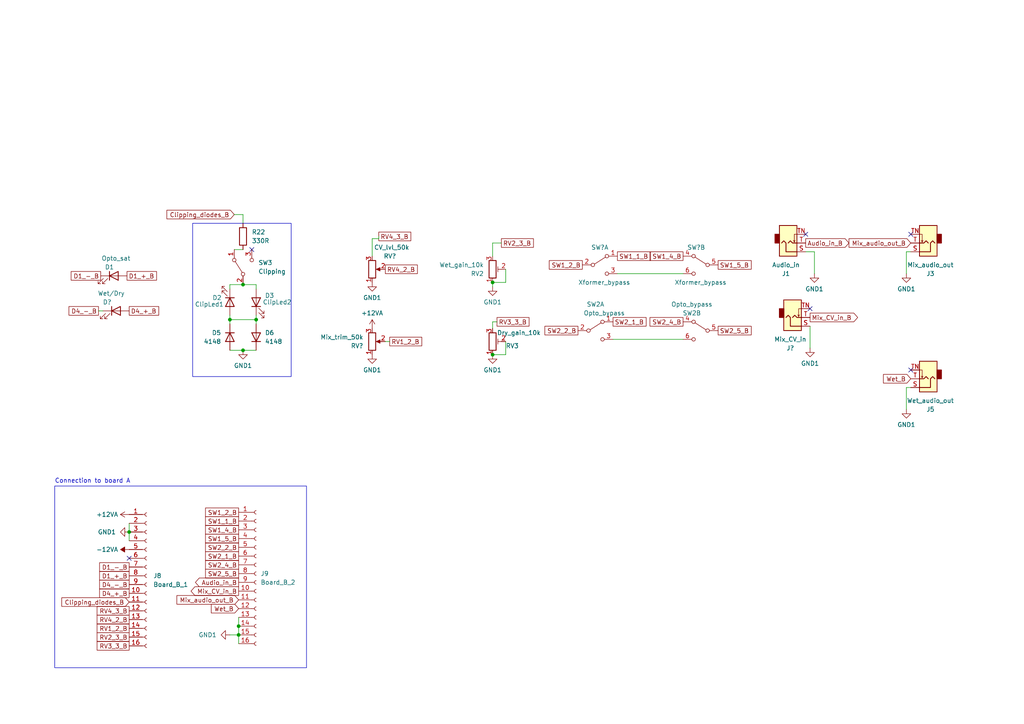
<source format=kicad_sch>
(kicad_sch (version 20230121) (generator eeschema)
  (paper "A4")
  (title_block (title "Eurorack Multi Saturation Module Board B") (date "2023-12-24") (rev "0.5") (company "DIYSynthManila") (comment 1 "This version is a prototype."))
  (lib_symbols
    (symbol "Connector:Conn_01x16_Socket" (pin_names (offset 1.016) hide)
      (property "Reference" "J" (at 0 20.32 0))
      (property "Value" "Conn_01x16_Socket" (at 0 -22.86 0))
      (symbol "Conn_01x16_Socket_1_1"
        (arc (start 0 -19.812) (mid -0.5058 -20.32) (end 0 -20.828) (stroke (width 0.1524)))
        (arc (start 0 -17.272) (mid -0.5058 -17.78) (end 0 -18.288) (stroke (width 0.1524)))
        (arc (start 0 -14.732) (mid -0.5058 -15.24) (end 0 -15.748) (stroke (width 0.1524)))
        (arc (start 0 -12.192) (mid -0.5058 -12.7) (end 0 -13.208) (stroke (width 0.1524)))
        (arc (start 0 -9.652) (mid -0.5058 -10.16) (end 0 -10.668) (stroke (width 0.1524)))
        (arc (start 0 -7.112) (mid -0.5058 -7.62) (end 0 -8.128) (stroke (width 0.1524)))
        (arc (start 0 -4.572) (mid -0.5058 -5.08) (end 0 -5.588) (stroke (width 0.1524)))
        (arc (start 0 -2.032) (mid -0.5058 -2.54) (end 0 -3.048) (stroke (width 0.1524)))
        (polyline (pts (xy -1.27 -20.32) (xy -0.508 -20.32)) (stroke (width 0.1524)))
        (polyline (pts (xy -1.27 -17.78) (xy -0.508 -17.78)) (stroke (width 0.1524)))
        (polyline (pts (xy -1.27 -15.24) (xy -0.508 -15.24)) (stroke (width 0.1524)))
        (polyline (pts (xy -1.27 -12.7) (xy -0.508 -12.7)) (stroke (width 0.1524)))
        (polyline (pts (xy -1.27 -10.16) (xy -0.508 -10.16)) (stroke (width 0.1524)))
        (polyline (pts (xy -1.27 -7.62) (xy -0.508 -7.62)) (stroke (width 0.1524)))
        (polyline (pts (xy -1.27 -5.08) (xy -0.508 -5.08)) (stroke (width 0.1524)))
        (polyline (pts (xy -1.27 -2.54) (xy -0.508 -2.54)) (stroke (width 0.1524)))
        (polyline (pts (xy -1.27 0) (xy -0.508 0)) (stroke (width 0.1524)))
        (polyline (pts (xy -1.27 2.54) (xy -0.508 2.54)) (stroke (width 0.1524)))
        (polyline (pts (xy -1.27 5.08) (xy -0.508 5.08)) (stroke (width 0.1524)))
        (polyline (pts (xy -1.27 7.62) (xy -0.508 7.62)) (stroke (width 0.1524)))
        (polyline (pts (xy -1.27 10.16) (xy -0.508 10.16)) (stroke (width 0.1524)))
        (polyline (pts (xy -1.27 12.7) (xy -0.508 12.7)) (stroke (width 0.1524)))
        (polyline (pts (xy -1.27 15.24) (xy -0.508 15.24)) (stroke (width 0.1524)))
        (polyline (pts (xy -1.27 17.78) (xy -0.508 17.78)) (stroke (width 0.1524)))
        (arc (start 0 0.508) (mid -0.5058 0) (end 0 -0.508) (stroke (width 0.1524)))
        (arc (start 0 3.048) (mid -0.5058 2.54) (end 0 2.032) (stroke (width 0.1524)))
        (arc (start 0 5.588) (mid -0.5058 5.08) (end 0 4.572) (stroke (width 0.1524)))
        (arc (start 0 8.128) (mid -0.5058 7.62) (end 0 7.112) (stroke (width 0.1524)))
        (arc (start 0 10.668) (mid -0.5058 10.16) (end 0 9.652) (stroke (width 0.1524)))
        (arc (start 0 13.208) (mid -0.5058 12.7) (end 0 12.192) (stroke (width 0.1524)))
        (arc (start 0 15.748) (mid -0.5058 15.24) (end 0 14.732) (stroke (width 0.1524)))
        (arc (start 0 18.288) (mid -0.5058 17.78) (end 0 17.272) (stroke (width 0.1524)))
        (pin passive line (at -5.08 17.78 0) (length 3.81) (name "Pin_1") (number "1"))
        (pin passive line (at -5.08 -5.08 0) (length 3.81) (name "Pin_10") (number "10"))
        (pin passive line (at -5.08 -7.62 0) (length 3.81) (name "Pin_11") (number "11"))
        (pin passive line (at -5.08 -10.16 0) (length 3.81) (name "Pin_12") (number "12"))
        (pin passive line (at -5.08 -12.7 0) (length 3.81) (name "Pin_13") (number "13"))
        (pin passive line (at -5.08 -15.24 0) (length 3.81) (name "Pin_14") (number "14"))
        (pin passive line (at -5.08 -17.78 0) (length 3.81) (name "Pin_15") (number "15"))
        (pin passive line (at -5.08 -20.32 0) (length 3.81) (name "Pin_16") (number "16"))
        (pin passive line (at -5.08 15.24 0) (length 3.81) (name "Pin_2") (number "2"))
        (pin passive line (at -5.08 12.7 0) (length 3.81) (name "Pin_3") (number "3"))
        (pin passive line (at -5.08 10.16 0) (length 3.81) (name "Pin_4") (number "4"))
        (pin passive line (at -5.08 7.62 0) (length 3.81) (name "Pin_5") (number "5"))
        (pin passive line (at -5.08 5.08 0) (length 3.81) (name "Pin_6") (number "6"))
        (pin passive line (at -5.08 2.54 0) (length 3.81) (name "Pin_7") (number "7"))
        (pin passive line (at -5.08 0 0) (length 3.81) (name "Pin_8") (number "8"))
        (pin passive line (at -5.08 -2.54 0) (length 3.81) (name "Pin_9") (number "9"))
      )
    )
    (symbol "Device:D" (pin_numbers hide) (pin_names (offset 1.016) hide)
      (property "Reference" "D" (at 0 2.54 0))
      (property "Value" "D" (at 0 -2.54 0))
      (symbol "D_0_1"
        (polyline (pts (xy -1.27 1.27) (xy -1.27 -1.27)) (stroke (width 0.254)))
        (polyline (pts (xy 1.27 0) (xy -1.27 0)))
        (polyline (pts (xy 1.27 1.27) (xy 1.27 -1.27) (xy -1.27 0) (xy 1.27 1.27)) (stroke (width 0.254)))
      )
      (symbol "D_1_1"
        (pin passive line (at -3.81 0 0) (length 2.54) (name "K") (number "1"))
        (pin passive line (at 3.81 0 180) (length 2.54) (name "A") (number "2"))
      )
    )
    (symbol "Device:LED" (pin_numbers hide) (pin_names (offset 1.016) hide)
      (property "Reference" "D" (at 0 2.54 0))
      (property "Value" "LED" (at 0 -2.54 0))
      (symbol "LED_0_1"
        (polyline (pts (xy -1.27 -1.27) (xy -1.27 1.27)) (stroke (width 0.254)))
        (polyline (pts (xy -1.27 0) (xy 1.27 0)))
        (polyline (pts (xy 1.27 -1.27) (xy 1.27 1.27) (xy -1.27 0) (xy 1.27 -1.27)) (stroke (width 0.254)))
        (polyline (pts (xy -3.048 -0.762) (xy -4.572 -2.286) (xy -3.81 -2.286) (xy -4.572 -2.286) (xy -4.572 -1.524)))
        (polyline (pts (xy -1.778 -0.762) (xy -3.302 -2.286) (xy -2.54 -2.286) (xy -3.302 -2.286) (xy -3.302 -1.524)))
      )
      (symbol "LED_1_1"
        (pin passive line (at -3.81 0 0) (length 2.54) (name "K") (number "1"))
        (pin passive line (at 3.81 0 180) (length 2.54) (name "A") (number "2"))
      )
    )
    (symbol "Device:R" (pin_numbers hide) (pin_names (offset 0))
      (property "Reference" "R" (at 2.032 0 90))
      (property "Value" "R" (at 0 0 90))
      (symbol "R_0_1"
        (rectangle (start -1.016 -2.54) (end 1.016 2.54) (stroke (width 0.254)))
      )
      (symbol "R_1_1"
        (pin passive line (at 0 3.81 270) (length 1.27) (name "~") (number "1"))
        (pin passive line (at 0 -3.81 90) (length 1.27) (name "~") (number "2"))
      )
    )
    (symbol "Device:R_Potentiometer" (pin_names (offset 1.016) hide)
      (property "Reference" "RV" (at -4.445 0 90))
      (property "Value" "R_Potentiometer" (at -2.54 0 90))
      (symbol "R_Potentiometer_0_1"
        (polyline (pts (xy 2.54 0) (xy 1.524 0)))
        (polyline (pts (xy 1.143 0) (xy 2.286 0.508) (xy 2.286 -0.508) (xy 1.143 0)) (fill (type outline)))
        (rectangle (start 1.016 2.54) (end -1.016 -2.54) (stroke (width 0.254)))
      )
      (symbol "R_Potentiometer_1_1"
        (pin passive line (at 0 3.81 270) (length 1.27) (name "1") (number "1"))
        (pin passive line (at 3.81 0 180) (length 1.27) (name "2") (number "2"))
        (pin passive line (at 0 -3.81 90) (length 1.27) (name "3") (number "3"))
      )
    )
    (symbol "Device:R_Potentiometer_Trim" (pin_names (offset 1.016) hide)
      (property "Reference" "RV" (at -4.445 0 90))
      (property "Value" "R_Potentiometer_Trim" (at -2.54 0 90))
      (symbol "R_Potentiometer_Trim_0_1"
        (polyline (pts (xy 1.524 0.762) (xy 1.524 -0.762)))
        (polyline (pts (xy 2.54 0) (xy 1.524 0)))
        (rectangle (start 1.016 2.54) (end -1.016 -2.54) (stroke (width 0.254)))
      )
      (symbol "R_Potentiometer_Trim_1_1"
        (pin passive line (at 0 3.81 270) (length 1.27) (name "1") (number "1"))
        (pin passive line (at 3.81 0 180) (length 1.27) (name "2") (number "2"))
        (pin passive line (at 0 -3.81 90) (length 1.27) (name "3") (number "3"))
      )
    )
    (symbol "Switch:SW_DPDT_x2" (pin_names (offset 0) hide)
      (property "Reference" "SW" (at 0 4.318 0))
      (property "Value" "SW_DPDT_x2" (at 0 -5.08 0))
      (symbol "SW_DPDT_x2_0_0"
        (circle (center -2.032 0) (radius 0.508))
        (circle (center 2.032 -2.54) (radius 0.508))
      )
      (symbol "SW_DPDT_x2_0_1"
        (polyline (pts (xy -1.524 0.254) (xy 1.651 2.286)))
        (circle (center 2.032 2.54) (radius 0.508))
      )
      (symbol "SW_DPDT_x2_1_1"
        (pin passive line (at 5.08 2.54 180) (length 2.54) (name "A") (number "1"))
        (pin passive line (at -5.08 0 0) (length 2.54) (name "B") (number "2"))
        (pin passive line (at 5.08 -2.54 180) (length 2.54) (name "C") (number "3"))
      )
      (symbol "SW_DPDT_x2_2_1"
        (pin passive line (at 5.08 2.54 180) (length 2.54) (name "A") (number "4"))
        (pin passive line (at -5.08 0 0) (length 2.54) (name "B") (number "5"))
        (pin passive line (at 5.08 -2.54 180) (length 2.54) (name "C") (number "6"))
      )
    )
    (symbol "Switch:SW_SPDT" (pin_names (offset 0) hide)
      (property "Reference" "SW" (at 0 4.318 0))
      (property "Value" "SW_SPDT" (at 0 -5.08 0))
      (symbol "SW_SPDT_0_0"
        (circle (center -2.032 0) (radius 0.508))
        (circle (center 2.032 -2.54) (radius 0.508))
      )
      (symbol "SW_SPDT_0_1"
        (polyline (pts (xy -1.524 0.254) (xy 1.651 2.286)))
        (circle (center 2.032 2.54) (radius 0.508))
      )
      (symbol "SW_SPDT_1_1"
        (pin passive line (at 5.08 2.54 180) (length 2.54) (name "A") (number "1"))
        (pin passive line (at -5.08 0 0) (length 2.54) (name "B") (number "2"))
        (pin passive line (at 5.08 -2.54 180) (length 2.54) (name "C") (number "3"))
      )
    )
    (symbol "benjiaomodular:PJ3001F"
      (property "Reference" "J" (at 0 8.89 0))
      (property "Value" "PJ3001F" (at 0 6.35 0))
      (symbol "PJ3001F_0_1"
        (rectangle (start -2.54 0) (end -3.81 -2.54) (stroke (width 0.254)) (fill (type outline)))
        (polyline (pts (xy 1.778 -0.254) (xy 2.032 -0.762)))
        (polyline (pts (xy 0 0) (xy 0.635 -0.635) (xy 1.27 0) (xy 2.54 0)) (stroke (width 0.254)))
        (polyline (pts (xy 2.54 -2.54) (xy 1.778 -2.54) (xy 1.778 -0.254) (xy 1.524 -0.762)))
        (polyline (pts (xy 2.54 2.54) (xy -0.635 2.54) (xy -0.635 0) (xy -1.27 -0.635) (xy -1.905 0)) (stroke (width 0.254)))
        (rectangle (start 2.54 3.81) (end -2.54 -5.08) (stroke (width 0.254)) (fill (type background)))
      )
      (symbol "PJ3001F_1_1"
        (pin passive line (at 5.08 2.54 180) (length 2.54) (name "~") (number "S"))
        (pin passive line (at 5.08 0 180) (length 2.54) (name "~") (number "T"))
        (pin passive line (at 5.08 -2.54 180) (length 2.54) (name "~") (number "TN"))
      )
    )
    (symbol "power:+12VA" (power) (pin_names (offset 0))
      (property "Value" "+12VA" (at 0 3.556 0))
      (symbol "+12VA_0_1"
        (polyline (pts (xy -0.762 1.27) (xy 0 2.54)))
        (polyline (pts (xy 0 0) (xy 0 2.54)))
        (polyline (pts (xy 0 2.54) (xy 0.762 1.27)))
      )
      (symbol "+12VA_1_1"
        (pin power_in line (at 0 0 90) (length 0) hide (name "+12VA") (number "1"))
      )
    )
    (symbol "power:-12VA" (power) (pin_names (offset 0))
      (property "Value" "-12VA" (at 0 3.556 0))
      (symbol "-12VA_0_0"
        (pin power_in line (at 0 0 90) (length 0) hide (name "-12VA") (number "1"))
      )
      (symbol "-12VA_0_1"
        (polyline (pts (xy 0 0) (xy 0 1.27) (xy 0.762 1.27) (xy 0 2.54) (xy -0.762 1.27) (xy 0 1.27)) (fill (type outline)))
      )
    )
    (symbol "power:GND1" (power) (pin_names (offset 0))
      (property "Value" "GND1" (at 0 -3.81 0))
      (symbol "GND1_0_1"
        (polyline (pts (xy 0 0) (xy 0 -1.27) (xy 1.27 -1.27) (xy 0 -2.54) (xy -1.27 -1.27) (xy 0 -1.27)))
      )
      (symbol "GND1_1_1"
        (pin power_in line (at 0 0 270) (length 0) hide (name "GND1") (number "1"))
      )
    )
  )
  (junction (at 69.215 184.15))
  (junction (at 37.465 154.305))
  (junction (at 70.485 82.55))
  (junction (at 69.215 181.61))
  (junction (at 74.295 92.71))
  (junction (at 66.675 92.71))
  (junction (at 142.875 102.87))
  (junction (at 70.485 101.6))
  (junction (at 142.875 81.915))
  (no_connect (at 37.465 161.925))
  (no_connect (at 233.68 67.945))
  (no_connect (at 264.16 107.315))
  (no_connect (at 234.95 89.535))
  (no_connect (at 264.16 67.945))
  (no_connect (at 73.025 72.39))
  (wire (pts (xy 66.675 83.82) (xy 66.675 82.55)))
  (wire (pts (xy 234.95 94.615) (xy 234.95 100.965)))
  (wire (pts (xy 67.945 72.39) (xy 70.485 72.39)))
  (wire (pts (xy 66.675 92.71) (xy 74.295 92.71)))
  (wire (pts (xy 177.8 98.425) (xy 198.12 98.425)))
  (wire (pts (xy 66.675 92.71) (xy 66.675 93.98)))
  (wire (pts (xy 146.685 102.87) (xy 142.875 102.87)))
  (wire (pts (xy 70.485 62.23) (xy 70.485 64.77)))
  (wire (pts (xy 37.465 151.765) (xy 37.465 154.305)))
  (wire (pts (xy 113.03 99.06) (xy 111.76 99.06)))
  (wire (pts (xy 74.295 92.71) (xy 74.295 91.44)))
  (wire (pts (xy 264.16 112.395) (xy 262.89 112.395)))
  (wire (pts (xy 142.875 93.345) (xy 142.875 95.25)))
  (wire (pts (xy 264.16 73.025) (xy 262.89 73.025)))
  (wire (pts (xy 109.855 69.215) (xy 107.95 69.215)))
  (wire (pts (xy 142.875 70.485) (xy 142.875 74.295)))
  (wire (pts (xy 66.675 184.15) (xy 69.215 184.15)))
  (wire (pts (xy 70.485 82.55) (xy 74.295 82.55)))
  (wire (pts (xy 107.95 69.215) (xy 107.95 74.295)))
  (wire (pts (xy 233.68 73.025) (xy 236.22 73.025)))
  (wire (pts (xy 28.575 90.17) (xy 29.845 90.17)))
  (wire (pts (xy 69.215 181.61) (xy 69.215 184.15)))
  (wire (pts (xy 74.295 82.55) (xy 74.295 83.82)))
  (wire (pts (xy 146.685 99.06) (xy 146.685 102.87)))
  (wire (pts (xy 142.875 81.915) (xy 142.875 83.185)))
  (wire (pts (xy 66.675 82.55) (xy 70.485 82.55)))
  (wire (pts (xy 236.22 73.025) (xy 236.22 79.375)))
  (wire (pts (xy 69.215 179.07) (xy 69.215 181.61)))
  (wire (pts (xy 66.675 101.6) (xy 70.485 101.6)))
  (wire (pts (xy 70.485 101.6) (xy 74.295 101.6)))
  (wire (pts (xy 145.415 70.485) (xy 142.875 70.485)))
  (wire (pts (xy 146.685 78.105) (xy 146.685 81.915)))
  (wire (pts (xy 144.145 93.345) (xy 142.875 93.345)))
  (wire (pts (xy 179.07 79.375) (xy 198.12 79.375)))
  (wire (pts (xy 262.89 112.395) (xy 262.89 118.745)))
  (wire (pts (xy 66.675 91.44) (xy 66.675 92.71)))
  (wire (pts (xy 69.215 184.15) (xy 69.215 186.69)))
  (wire (pts (xy 74.295 92.71) (xy 74.295 93.98)))
  (wire (pts (xy 109.855 68.58) (xy 109.855 69.215)))
  (wire (pts (xy 67.945 62.23) (xy 70.485 62.23)))
  (wire (pts (xy 146.685 81.915) (xy 142.875 81.915)))
  (wire (pts (xy 37.465 154.305) (xy 37.465 156.845)))
  (wire (pts (xy 262.89 73.025) (xy 262.89 79.375)))
  (rectangle (start 55.88 64.77) (end 84.455 109.22))
  (rectangle (start 15.875 140.97) (end 88.9 193.675))
  (text "Connection to board A" (at 15.875 140.335 0) (effects (font (size 1.27 1.27)) (justify left bottom)))
  (global_label "RV3_3_B" (shape passive) (at 144.145 93.345 0) (property "Intersheetrefs" "${INTERSHEET_REFS}" (effects hide)))
  (global_label "D1_+_B" (shape passive) (at 37.465 167.005 180) (property "Intersheetrefs" "${INTERSHEET_REFS}" (effects hide)))
  (global_label "RV3_3_B" (shape passive) (at 37.465 187.325 180) (property "Intersheetrefs" "${INTERSHEET_REFS}" (effects hide)))
  (global_label "SW2_4_B" (shape passive) (at 69.215 163.83 180) (property "Intersheetrefs" "${INTERSHEET_REFS}" (effects hide)))
  (global_label "Mix_CV_in_B" (shape output) (at 69.215 171.45 180) (property "Intersheetrefs" "${INTERSHEET_REFS}" (effects hide)))
  (global_label "Clipping_diodes_B" (shape input) (at 37.465 174.625 180) (property "Intersheetrefs" "${INTERSHEET_REFS}" (effects hide)))
  (global_label "SW1_4_B" (shape passive) (at 198.12 74.295 180) (property "Intersheetrefs" "${INTERSHEET_REFS}" (effects hide)))
  (global_label "RV1_2_B" (shape passive) (at 113.03 99.06 0) (property "Intersheetrefs" "${INTERSHEET_REFS}" (effects hide)))
  (global_label "RV4_3_B" (shape passive) (at 37.465 177.165 180) (property "Intersheetrefs" "${INTERSHEET_REFS}" (effects hide)))
  (global_label "Wet_B" (shape input) (at 69.215 176.53 180) (property "Intersheetrefs" "${INTERSHEET_REFS}" (effects hide)))
  (global_label "SW2_1_B" (shape passive) (at 69.215 161.29 180) (property "Intersheetrefs" "${INTERSHEET_REFS}" (effects hide)))
  (global_label "SW1_1_B" (shape passive) (at 69.215 151.13 180) (property "Intersheetrefs" "${INTERSHEET_REFS}" (effects hide)))
  (global_label "Mix_CV_in_B" (shape output) (at 234.95 92.075 0) (property "Intersheetrefs" "${INTERSHEET_REFS}" (effects hide)))
  (global_label "SW1_2_B" (shape passive) (at 69.215 148.59 180) (property "Intersheetrefs" "${INTERSHEET_REFS}" (effects hide)))
  (global_label "SW2_4_B" (shape passive) (at 198.12 93.345 180) (property "Intersheetrefs" "${INTERSHEET_REFS}" (effects hide)))
  (global_label "D1_+_B" (shape passive) (at 36.83 80.01 0) (property "Intersheetrefs" "${INTERSHEET_REFS}" (effects hide)))
  (global_label "SW2_1_B" (shape passive) (at 177.8 93.345 0) (property "Intersheetrefs" "${INTERSHEET_REFS}" (effects hide)))
  (global_label "RV4_2_B" (shape passive) (at 37.465 179.705 180) (property "Intersheetrefs" "${INTERSHEET_REFS}" (effects hide)))
  (global_label "Clipping_diodes_B" (shape input) (at 67.945 62.23 180) (property "Intersheetrefs" "${INTERSHEET_REFS}" (effects hide)))
  (global_label "RV1_2_B" (shape passive) (at 37.465 182.245 180) (property "Intersheetrefs" "${INTERSHEET_REFS}" (effects hide)))
  (global_label "SW1_5_B" (shape passive) (at 208.28 76.835 0) (property "Intersheetrefs" "${INTERSHEET_REFS}" (effects hide)))
  (global_label "SW2_5_B" (shape passive) (at 69.215 166.37 180) (property "Intersheetrefs" "${INTERSHEET_REFS}" (effects hide)))
  (global_label "D1_-_B" (shape passive) (at 29.21 80.01 180) (property "Intersheetrefs" "${INTERSHEET_REFS}" (effects hide)))
  (global_label "SW1_5_B" (shape passive) (at 69.215 156.21 180) (property "Intersheetrefs" "${INTERSHEET_REFS}" (effects hide)))
  (global_label "D1_-_B" (shape passive) (at 37.465 164.465 180) (property "Intersheetrefs" "${INTERSHEET_REFS}" (effects hide)))
  (global_label "D4_-_B" (shape passive) (at 28.575 90.17 180) (property "Intersheetrefs" "${INTERSHEET_REFS}" (effects hide)))
  (global_label "Audio_in_B" (shape output) (at 69.215 168.91 180) (property "Intersheetrefs" "${INTERSHEET_REFS}" (effects hide)))
  (global_label "Audio_in_B" (shape output) (at 233.68 70.485 0) (property "Intersheetrefs" "${INTERSHEET_REFS}" (effects hide)))
  (global_label "D4_+_B" (shape passive) (at 37.465 172.085 180) (property "Intersheetrefs" "${INTERSHEET_REFS}" (effects hide)))
  (global_label "SW1_1_B" (shape passive) (at 179.07 74.295 0) (property "Intersheetrefs" "${INTERSHEET_REFS}" (effects hide)))
  (global_label "SW1_2_B" (shape passive) (at 168.91 76.835 180) (property "Intersheetrefs" "${INTERSHEET_REFS}" (effects hide)))
  (global_label "SW2_2_B" (shape passive) (at 167.64 95.885 180) (property "Intersheetrefs" "${INTERSHEET_REFS}" (effects hide)))
  (global_label "Mix_audio_out_B" (shape input) (at 264.16 70.485 180) (property "Intersheetrefs" "${INTERSHEET_REFS}" (effects hide)))
  (global_label "Mix_audio_out_B" (shape input) (at 69.215 173.99 180) (property "Intersheetrefs" "${INTERSHEET_REFS}" (effects hide)))
  (global_label "SW2_5_B" (shape passive) (at 208.28 95.885 0) (property "Intersheetrefs" "${INTERSHEET_REFS}" (effects hide)))
  (global_label "RV2_3_B" (shape passive) (at 145.415 70.485 0) (property "Intersheetrefs" "${INTERSHEET_REFS}" (effects hide)))
  (global_label "RV2_3_B" (shape passive) (at 37.465 184.785 180) (property "Intersheetrefs" "${INTERSHEET_REFS}" (effects hide)))
  (global_label "RV4_3_B" (shape passive) (at 109.855 68.58 0) (property "Intersheetrefs" "${INTERSHEET_REFS}" (effects hide)))
  (global_label "SW1_4_B" (shape passive) (at 69.215 153.67 180) (property "Intersheetrefs" "${INTERSHEET_REFS}" (effects hide)))
  (global_label "D4_+_B" (shape passive) (at 37.465 90.17 0) (property "Intersheetrefs" "${INTERSHEET_REFS}" (effects hide)))
  (global_label "SW2_2_B" (shape passive) (at 69.215 158.75 180) (property "Intersheetrefs" "${INTERSHEET_REFS}" (effects hide)))
  (global_label "RV4_2_B" (shape passive) (at 111.76 78.105 0) (property "Intersheetrefs" "${INTERSHEET_REFS}" (effects hide)))
  (global_label "D4_-_B" (shape passive) (at 37.465 169.545 180) (property "Intersheetrefs" "${INTERSHEET_REFS}" (effects hide)))
  (global_label "Wet_B" (shape input) (at 264.16 109.855 180) (property "Intersheetrefs" "${INTERSHEET_REFS}" (effects hide)))
  (symbol (lib_id "power:GND1") (at 70.485 101.6 0) (unit 1)
    (property "Reference" "#PWR017" (effects hide))
    (property "Value" "GND1" (at 70.485 106.045 0))
  )
  (symbol (lib_id "power:GND1") (at 142.875 83.185 0) (unit 1)
    (property "Reference" "#PWR016" (effects hide))
    (property "Value" "GND1" (at 142.875 87.63 0))
  )
  (symbol (lib_id "Device:LED") (at 33.655 90.17 0) (unit 1)
    (property "Reference" "D?" (at 32.385 87.63 0) (effects (justify right)))
    (property "Value" "Wet/Dry" (at 36.195 85.09 0) (effects (justify right)))
    (property "Footprint" "DIYSynthMNL:LED_D5.0mm_BigPads" (effects hide))
    (instances (project "Multi Saturation Module" (path "" (reference "D?") (unit 1))) (project "Multi saturation module" (path "" (reference "D4") (unit 1)) (path "" (reference "D6") (unit 1))))
  )
  (symbol (lib_id "Switch:SW_DPDT_x2") (at 173.99 76.835 0) (unit 1)
    (property "Reference" "SW?" (at 173.99 71.755 0))
    (property "Value" "Xformer_bypass" (at 175.26 81.915 0))
    (property "Footprint" "DIYSynthMNL:ToggleSwitch_MTS-202_DPDT" (effects hide))
    (instances (project "Multi Saturation Module" (path "" (reference "SW?") (unit 1))) (project "Multi saturation module" (path "" (reference "SW1") (unit 1)) (path "" (reference "SW2") (unit 1))))
  )
  (symbol (lib_id "Switch:SW_SPDT") (at 70.485 77.47 90) (unit 1)
    (property "Reference" "SW3" (at 74.93 76.2 90) (effects (justify right)))
    (property "Value" "Clipping" (at 74.93 78.74 90) (effects (justify right)))
    (property "Footprint" "DIYSynthMNL:ToggleSwitch_MTS-102_SPDT" (effects hide))
    (instances (project "Multi saturation module" (path "" (reference "SW3") (unit 1)) (path "" (reference "SW1") (unit 1))))
  )
  (symbol (lib_id "benjiaomodular:PJ3001F") (at 269.24 70.485 180) (unit 1)
    (property "Reference" "J3" (at 269.875 79.375 0))
    (property "Value" "Mix_audio_out" (at 269.875 76.835 0))
    (property "Footprint" "DIYSynthMNL:AudioJack_3.5mm_long_pads" (effects hide))
    (instances (project "Multi saturation module" (path "" (reference "J3") (unit 1)) (path "" (reference "J1") (unit 1))))
  )
  (symbol (lib_id "Switch:SW_DPDT_x2") (at 203.2 76.835 0) (mirror y) (unit 2)
    (property "Reference" "SW?" (at 201.93 71.755 0))
    (property "Value" "Xformer_bypass" (at 203.2 81.915 0))
    (property "Footprint" "DIYSynthMNL:ToggleSwitch_MTS-202_DPDT" (effects hide))
    (instances (project "Multi Saturation Module" (path "" (reference "SW?") (unit 2))) (project "Multi saturation module" (path "" (reference "SW1") (unit 2)) (path "" (reference "SW2") (unit 2))))
  )
  (symbol (lib_id "power:GND1") (at 107.95 102.87 0) (unit 1)
    (property "Reference" "#PWR01" (effects hide))
    (property "Value" "GND1" (at 107.95 107.315 0))
  )
  (symbol (lib_id "Device:LED") (at 33.02 80.01 0) (unit 1)
    (property "Reference" "D1" (at 31.75 77.47 0))
    (property "Value" "Opto_sat" (at 33.655 74.93 0))
    (property "Footprint" "DIYSynthMNL:LED_D5.0mm_BigPads" (effects hide))
    (instances (project "Multi saturation module" (path "" (reference "D1") (unit 1)) (path "" (reference "D5") (unit 1))))
  )
  (symbol (lib_id "power:GND1") (at 37.465 154.305 270) (unit 1)
    (property "Reference" "#PWR024" (effects hide))
    (property "Value" "GND1" (at 33.655 154.305 90) (effects (justify right)))
  )
  (symbol (lib_id "Connector:Conn_01x16_Socket") (at 74.295 166.37 0) (unit 1)
    (property "Reference" "J9" (at 75.565 166.37 0) (effects (justify left)))
    (property "Value" "Board_B_2" (at 75.565 168.91 0) (effects (justify left)))
    (property "Footprint" "Connector_PinHeader_2.54mm:PinHeader_1x16_P2.54mm_Vertical" (effects hide))
  )
  (symbol (lib_id "power:GND1") (at 142.875 102.87 0) (unit 1)
    (property "Reference" "#PWR010" (effects hide))
    (property "Value" "GND1" (at 142.875 107.315 0))
  )
  (symbol (lib_id "Device:LED") (at 66.675 87.63 270) (unit 1)
    (property "Reference" "D2" (at 61.595 86.36 90) (effects (justify left)))
    (property "Value" "ClipLed1" (at 56.515 88.265 90) (effects (justify left)))
    (property "Footprint" "DIYSynthMNL:LED_D5.0mm_BigPads" (effects hide))
    (instances (project "Multi saturation module" (path "" (reference "D2") (unit 1)) (path "" (reference "D1") (unit 1))))
  )
  (symbol (lib_id "benjiaomodular:PJ3001F") (at 229.87 92.075 0) (mirror x) (unit 1)
    (property "Reference" "J?" (at 229.235 100.965 0))
    (property "Value" "Mix_CV_in" (at 229.235 98.425 0))
    (property "Footprint" "DIYSynthMNL:AudioJack_3.5mm_long_pads" (effects hide))
    (instances (project "Multi Saturation Module" (path "" (reference "J?") (unit 1))) (project "Multi saturation module" (path "" (reference "J2") (unit 1)) (path "" (reference "J4") (unit 1))))
  )
  (symbol (lib_id "power:+12VA") (at 37.465 149.225 90) (unit 1)
    (property "Reference" "#PWR029" (effects hide))
    (property "Value" "+12VA" (at 34.29 149.225 90) (effects (justify left)))
  )
  (symbol (lib_id "power:GND1") (at 66.675 184.15 270) (unit 1)
    (property "Reference" "#PWR015" (effects hide))
    (property "Value" "GND1" (at 62.865 184.15 90) (effects (justify right)))
  )
  (symbol (lib_id "benjiaomodular:PJ3001F") (at 269.24 109.855 180) (unit 1)
    (property "Reference" "J5" (at 269.875 118.745 0))
    (property "Value" "Wet_audio_out" (at 269.875 116.205 0))
    (property "Footprint" "DIYSynthMNL:AudioJack_3.5mm_long_pads" (effects hide))
  )
  (symbol (lib_id "Device:R") (at 70.485 68.58 180) (unit 1)
    (property "Reference" "R22" (at 73.025 67.31 0) (effects (justify right)))
    (property "Value" "330R" (at 73.025 69.85 0) (effects (justify right)))
    (property "Footprint" "DIYSynthMNL:R_quarter_watt_L6.3mm_D2.5mm_P7.62mm" (effects hide))
  )
  (symbol (lib_id "power:GND1") (at 234.95 100.965 0) (unit 1)
    (property "Reference" "#PWR012" (effects hide))
    (property "Value" "GND1" (at 234.95 105.41 0))
  )
  (symbol (lib_id "Connector:Conn_01x16_Socket") (at 42.545 167.005 0) (unit 1)
    (property "Reference" "J8" (at 44.45 167.005 0) (effects (justify left)))
    (property "Value" "Board_B_1" (at 44.45 169.545 0) (effects (justify left)))
    (property "Footprint" "Connector_PinHeader_2.54mm:PinHeader_1x16_P2.54mm_Vertical" (effects hide))
  )
  (symbol (lib_id "Device:R_Potentiometer_Trim") (at 142.875 99.06 0) (mirror x) (unit 1)
    (property "Reference" "RV3" (at 150.495 100.33 0) (effects (justify right)))
    (property "Value" "Dry_gain_10k" (at 156.845 96.52 0) (effects (justify right)))
    (property "Footprint" "DIYSynthMNL:Potentiometer_Bourns_3296W_Vertical_BigPads" (effects hide))
    (instances (project "Multi saturation module" (path "" (reference "RV3") (unit 1)) (path "" (reference "RV1") (unit 1))))
  )
  (symbol (lib_id "Device:LED") (at 74.295 87.63 90) (unit 1)
    (property "Reference" "D3" (at 76.835 85.725 90) (effects (justify right)))
    (property "Value" "ClipLed2" (at 76.2 87.63 90) (effects (justify right)))
    (property "Footprint" "DIYSynthMNL:LED_D5.0mm_BigPads" (effects hide))
    (instances (project "Multi saturation module" (path "" (reference "D3") (unit 1)) (path "" (reference "D2") (unit 1))))
  )
  (symbol (lib_id "Device:D") (at 74.295 97.79 90) (unit 1)
    (property "Reference" "D6" (at 76.835 96.52 90) (effects (justify right)))
    (property "Value" "4148" (at 76.835 99.06 90) (effects (justify right)))
    (property "Footprint" "DIYSynthMNL:D_4148_BigPads" (effects hide))
    (property "Sim.Device" "D" (effects hide))
    (property "Sim.Pins" "1=K 2=A" (effects hide))
    (instances (project "Multi saturation module" (path "" (reference "D6") (unit 1)) (path "" (reference "D4") (unit 1))))
  )
  (symbol (lib_id "benjiaomodular:PJ3001F") (at 228.6 70.485 0) (mirror x) (unit 1)
    (property "Reference" "J1" (at 227.965 79.375 0))
    (property "Value" "Audio_in" (at 227.965 76.835 0))
    (property "Footprint" "DIYSynthMNL:AudioJack_3.5mm_long_pads" (effects hide))
    (instances (project "Multi saturation module" (path "" (reference "J1") (unit 1)) (path "" (reference "J2") (unit 1))))
  )
  (symbol (lib_id "Device:R_Potentiometer_Trim") (at 142.875 78.105 0) (mirror x) (unit 1)
    (property "Reference" "RV2" (at 140.335 79.375 0) (effects (justify right)))
    (property "Value" "Wet_gain_10k" (at 140.335 76.835 0) (effects (justify right)))
    (property "Footprint" "DIYSynthMNL:Potentiometer_Bourns_3296W_Vertical_BigPads" (effects hide))
  )
  (symbol (lib_id "power:-12VA") (at 37.465 159.385 90) (unit 1)
    (property "Reference" "#PWR032" (effects hide))
    (property "Value" "-12VA" (at 34.29 159.385 90) (effects (justify left)))
  )
  (symbol (lib_id "power:+12VA") (at 107.95 95.25 0) (unit 1)
    (property "Reference" "#PWR030" (effects hide))
    (property "Value" "+12VA" (at 107.95 90.805 0))
  )
  (symbol (lib_id "power:GND1") (at 262.89 118.745 0) (unit 1)
    (property "Reference" "#PWR023" (effects hide))
    (property "Value" "GND1" (at 262.89 123.19 0))
  )
  (symbol (lib_id "Device:R_Potentiometer") (at 107.95 99.06 0) (mirror x) (unit 1)
    (property "Reference" "RV?" (at 105.41 100.33 0) (effects (justify right)))
    (property "Value" "Mix_trim_50k" (at 105.41 97.79 0) (effects (justify right)))
    (property "Footprint" "DIYSynthMNL:Potentiometer_RV09_BigPads" (effects hide))
    (instances (project "Multi Saturation Module" (path "" (reference "RV?") (unit 1))) (project "Multi saturation module" (path "" (reference "RV1") (unit 1)) (path "" (reference "RV4") (unit 1))))
  )
  (symbol (lib_id "power:GND1") (at 236.22 79.375 0) (unit 1)
    (property "Reference" "#PWR013" (effects hide))
    (property "Value" "GND1" (at 236.22 83.82 0))
  )
  (symbol (lib_id "Device:R_Potentiometer") (at 107.95 78.105 0) (mirror x) (unit 1)
    (property "Reference" "RV?" (at 114.935 74.295 0) (effects (justify right)))
    (property "Value" "CV_lvl_50k" (at 118.745 71.755 0) (effects (justify right)))
    (property "Footprint" "DIYSynthMNL:Potentiometer_RV09_BigPads" (effects hide))
    (instances (project "Multi Saturation Module" (path "" (reference "RV?") (unit 1))) (project "Multi saturation module" (path "" (reference "RV4") (unit 1)) (path "" (reference "RV3") (unit 1))))
  )
  (symbol (lib_id "power:GND1") (at 262.89 79.375 0) (unit 1)
    (property "Reference" "#PWR014" (effects hide))
    (property "Value" "GND1" (at 262.89 83.82 0))
  )
  (symbol (lib_id "Switch:SW_DPDT_x2") (at 172.72 95.885 0) (unit 1)
    (property "Reference" "SW2" (at 172.72 88.265 0))
    (property "Value" "Opto_bypass" (at 175.26 90.805 0))
    (property "Footprint" "DIYSynthMNL:ToggleSwitch_MTS-202_DPDT" (effects hide))
    (instances (project "Multi saturation module" (path "" (reference "SW2") (unit 1)) (path "" (reference "SW3") (unit 1))))
  )
  (symbol (lib_id "Device:D") (at 66.675 97.79 90) (mirror x) (unit 1)
    (property "Reference" "D5" (at 64.135 96.52 90) (effects (justify left)))
    (property "Value" "4148" (at 64.135 99.06 90) (effects (justify left)))
    (property "Footprint" "DIYSynthMNL:D_4148_BigPads" (effects hide))
    (property "Sim.Device" "D" (effects hide))
    (property "Sim.Pins" "1=K 2=A" (effects hide))
    (instances (project "Multi saturation module" (path "" (reference "D5") (unit 1)) (path "" (reference "D3") (unit 1))))
  )
  (symbol (lib_id "power:GND1") (at 107.95 81.915 0) (unit 1)
    (property "Reference" "#PWR011" (effects hide))
    (property "Value" "GND1" (at 107.95 86.36 0))
  )
  (symbol (lib_id "Switch:SW_DPDT_x2") (at 203.2 95.885 0) (mirror y) (unit 2)
    (property "Reference" "SW2" (at 200.66 90.805 0))
    (property "Value" "Opto_bypass" (at 200.66 88.265 0))
    (property "Footprint" "DIYSynthMNL:ToggleSwitch_MTS-202_DPDT" (effects hide))
    (instances (project "Multi saturation module" (path "" (reference "SW2") (unit 2)) (path "" (reference "SW3") (unit 2))))
  )
)
</source>
